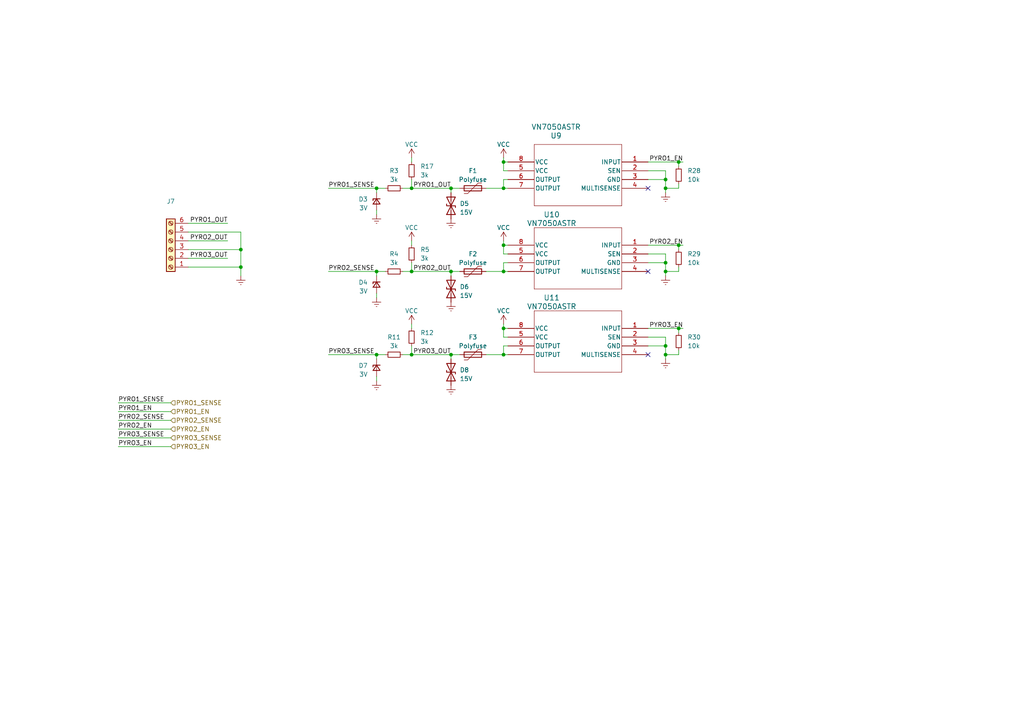
<source format=kicad_sch>
(kicad_sch (version 20250114) (generator "eeschema") (generator_version "9.0")
  (paper "A4")
  (lib_symbols
    (symbol "Connector:Screw_Terminal_01x06" (pin_names (offset 1.016) (hide yes))
      (property "Reference" "J" (at 0 7.62 0))
      (property "Value" "Screw_Terminal_01x06" (at 0 -10.16 0))
      (symbol "Screw_Terminal_01x06_1_1"
        (rectangle (start -1.27 6.35) (end 1.27 -8.89) (stroke (width 0.254)) (fill (type background)))
        (polyline (pts (xy -0.5334 5.4102) (xy 0.3302 4.572)) (stroke (width 0.1524)))
        (polyline (pts (xy -0.5334 2.8702) (xy 0.3302 2.032)) (stroke (width 0.1524)))
        (polyline (pts (xy -0.5334 0.3302) (xy 0.3302 -0.508)) (stroke (width 0.1524)))
        (polyline (pts (xy -0.5334 -2.2098) (xy 0.3302 -3.048)) (stroke (width 0.1524)))
        (polyline (pts (xy -0.5334 -4.7498) (xy 0.3302 -5.588)) (stroke (width 0.1524)))
        (polyline (pts (xy -0.5334 -7.2898) (xy 0.3302 -8.128)) (stroke (width 0.1524)))
        (polyline (pts (xy -0.3556 5.588) (xy 0.508 4.7498)) (stroke (width 0.1524)))
        (polyline (pts (xy -0.3556 3.048) (xy 0.508 2.2098)) (stroke (width 0.1524)))
        (polyline (pts (xy -0.3556 0.508) (xy 0.508 -0.3302)) (stroke (width 0.1524)))
        (polyline (pts (xy -0.3556 -2.032) (xy 0.508 -2.8702)) (stroke (width 0.1524)))
        (polyline (pts (xy -0.3556 -4.572) (xy 0.508 -5.4102)) (stroke (width 0.1524)))
        (polyline (pts (xy -0.3556 -7.112) (xy 0.508 -7.9502)) (stroke (width 0.1524)))
        (circle (center 0 5.08) (radius 0.635) (stroke (width 0.1524)))
        (circle (center 0 2.54) (radius 0.635) (stroke (width 0.1524)))
        (circle (center 0 0) (radius 0.635) (stroke (width 0.1524)))
        (circle (center 0 -2.54) (radius 0.635) (stroke (width 0.1524)))
        (circle (center 0 -5.08) (radius 0.635) (stroke (width 0.1524)))
        (circle (center 0 -7.62) (radius 0.635) (stroke (width 0.1524)))
        (pin passive line (at -5.08 5.08 0) (length 3.81) (name "Pin_1") (number "1"))
        (pin passive line (at -5.08 2.54 0) (length 3.81) (name "Pin_2") (number "2"))
        (pin passive line (at -5.08 0 0) (length 3.81) (name "Pin_3") (number "3"))
        (pin passive line (at -5.08 -2.54 0) (length 3.81) (name "Pin_4") (number "4"))
        (pin passive line (at -5.08 -5.08 0) (length 3.81) (name "Pin_5") (number "5"))
        (pin passive line (at -5.08 -7.62 0) (length 3.81) (name "Pin_6") (number "6"))
      )
    )
    (symbol "Device:D_TVS" (pin_numbers (hide yes)) (pin_names (offset 1.016) (hide yes))
      (property "Reference" "D" (at 0 2.54 0))
      (property "Value" "D_TVS" (at 0 -2.54 0))
      (symbol "D_TVS_0_1"
        (polyline (pts (xy -2.54 1.27) (xy -2.54 -1.27) (xy 2.54 1.27) (xy 2.54 -1.27) (xy -2.54 1.27)) (stroke (width 0.254)))
        (polyline (pts (xy 0.508 1.27) (xy 0 1.27) (xy 0 -1.27) (xy -0.508 -1.27)) (stroke (width 0.254)))
        (polyline (pts (xy 1.27 0) (xy -1.27 0)))
      )
      (symbol "D_TVS_1_1"
        (pin passive line (at -3.81 0 0) (length 2.54) (name "A1") (number "1"))
        (pin passive line (at 3.81 0 180) (length 2.54) (name "A2") (number "2"))
      )
    )
    (symbol "Device:D_Zener_Small" (pin_numbers (hide yes)) (pin_names (offset 0.254) (hide yes))
      (property "Reference" "D" (at 0 2.286 0))
      (property "Value" "D_Zener_Small" (at 0 -2.286 0))
      (symbol "D_Zener_Small_0_1"
        (polyline (pts (xy -0.254 1.016) (xy -0.762 1.016) (xy -0.762 -1.016)) (stroke (width 0.254)))
        (polyline (pts (xy 0.762 1.016) (xy -0.762 0) (xy 0.762 -1.016) (xy 0.762 1.016)) (stroke (width 0.254)))
        (polyline (pts (xy 0.762 0) (xy -0.762 0)))
      )
      (symbol "D_Zener_Small_1_1"
        (pin passive line (at -2.54 0 0) (length 1.778) (name "K") (number "1"))
        (pin passive line (at 2.54 0 180) (length 1.778) (name "A") (number "2"))
      )
    )
    (symbol "Device:Polyfuse" (pin_numbers (hide yes)) (pin_names (offset 0))
      (property "Reference" "F" (at -2.54 0 90))
      (property "Value" "Polyfuse" (at 2.54 0 90))
      (symbol "Polyfuse_0_1"
        (polyline (pts (xy -1.524 2.54) (xy -1.524 1.524) (xy 1.524 -1.524) (xy 1.524 -2.54)))
        (rectangle (start -0.762 2.54) (end 0.762 -2.54) (stroke (width 0.254)))
        (polyline (pts (xy 0 2.54) (xy 0 -2.54)))
      )
      (symbol "Polyfuse_1_1"
        (pin passive line (at 0 3.81 270) (length 1.27) (name "~") (number "1"))
        (pin passive line (at 0 -3.81 90) (length 1.27) (name "~") (number "2"))
      )
    )
    (symbol "Device:R_Small" (pin_numbers (hide yes)) (pin_names (offset 0.254) (hide yes))
      (property "Reference" "R" (at 0.762 0.508 0))
      (property "Value" "R_Small" (at 0.762 -1.016 0))
      (symbol "R_Small_0_1"
        (rectangle (start -0.762 1.778) (end 0.762 -1.778) (stroke (width 0.2032)))
      )
      (symbol "R_Small_1_1"
        (pin passive line (at 0 2.54 270) (length 0.762) (name "~") (number "1"))
        (pin passive line (at 0 -2.54 90) (length 0.762) (name "~") (number "2"))
      )
    )
    (symbol "Earth_11" (power) (pin_names (offset 0))
      (symbol "Earth_11_0_1"
        (polyline (pts (xy -0.635 -1.905) (xy 0.635 -1.905)))
        (polyline (pts (xy -0.127 -2.54) (xy 0.127 -2.54)))
        (polyline (pts (xy 0 -1.27) (xy 0 0)))
        (polyline (pts (xy 1.27 -1.27) (xy -1.27 -1.27)))
      )
      (symbol "Earth_11_1_1"
        (pin power_in line (at 0 0 270) (length 0) (hide yes) (name "Earth") (number "1"))
      )
    )
    (symbol "Earth_12" (power) (pin_names (offset 0))
      (symbol "Earth_12_0_1"
        (polyline (pts (xy -0.635 -1.905) (xy 0.635 -1.905)))
        (polyline (pts (xy -0.127 -2.54) (xy 0.127 -2.54)))
        (polyline (pts (xy 0 -1.27) (xy 0 0)))
        (polyline (pts (xy 1.27 -1.27) (xy -1.27 -1.27)))
      )
      (symbol "Earth_12_1_1"
        (pin power_in line (at 0 0 270) (length 0) (hide yes) (name "Earth") (number "1"))
      )
    )
    (symbol "VN7050AS:VN7050ASTR" (pin_names (offset 0.254))
      (property "Reference" "U" (at 20.32 10.16 0))
      (property "Value" "VN7050ASTR" (at 20.32 7.62 0))
      (symbol "VN7050ASTR_0_1"
        (polyline (pts (xy 7.62 5.08) (xy 7.62 -12.7)) (stroke (width 0.127)))
        (polyline (pts (xy 7.62 -12.7) (xy 33.02 -12.7)) (stroke (width 0.127)))
        (polyline (pts (xy 33.02 5.08) (xy 7.62 5.08)) (stroke (width 0.127)))
        (polyline (pts (xy 33.02 -12.7) (xy 33.02 5.08)) (stroke (width 0.127)))
        (pin input line (at 0 0 0) (length 7.62) (name "INPUT") (number "1"))
        (pin unspecified line (at 0 -2.54 0) (length 7.62) (name "SEN") (number "2"))
        (pin power_out line (at 0 -5.08 0) (length 7.62) (name "GND") (number "3"))
        (pin unspecified line (at 0 -7.62 0) (length 7.62) (name "MULTISENSE") (number "4"))
        (pin power_in line (at 40.64 0 180) (length 7.62) (name "VCC") (number "8"))
        (pin power_in line (at 40.64 -2.54 180) (length 7.62) (name "VCC") (number "5"))
        (pin output line (at 40.64 -5.08 180) (length 7.62) (name "OUTPUT") (number "6"))
        (pin output line (at 40.64 -7.62 180) (length 7.62) (name "OUTPUT") (number "7"))
      )
    )
    (symbol "power:Earth" (power) (pin_names (offset 0))
      (symbol "Earth_0_1"
        (polyline (pts (xy -0.635 -1.905) (xy 0.635 -1.905)))
        (polyline (pts (xy -0.127 -2.54) (xy 0.127 -2.54)))
        (polyline (pts (xy 0 -1.27) (xy 0 0)))
        (polyline (pts (xy 1.27 -1.27) (xy -1.27 -1.27)))
      )
      (symbol "Earth_1_1"
        (pin power_in line (at 0 0 270) (length 0) (hide yes) (name "Earth") (number "1"))
      )
    )
    (symbol "power:VCC" (power) (pin_names (offset 0))
      (property "Value" "VCC" (at 0 3.81 0))
      (symbol "VCC_0_1"
        (polyline (pts (xy -0.762 1.27) (xy 0 2.54)))
        (polyline (pts (xy 0 2.54) (xy 0.762 1.27)))
        (polyline (pts (xy 0 0) (xy 0 2.54)))
      )
      (symbol "VCC_1_1"
        (pin power_in line (at 0 0 90) (length 0) (hide yes) (name "VCC") (number "1"))
      )
    )
  )
  (junction (at 193.04 52.07))
  (junction (at 130.81 102.87))
  (junction (at 146.05 46.99))
  (junction (at 193.04 100.33))
  (junction (at 193.04 76.2))
  (junction (at 130.81 78.74))
  (junction (at 193.04 78.74))
  (junction (at 69.85 72.39))
  (junction (at 193.04 102.87))
  (junction (at 196.85 95.25))
  (junction (at 119.38 102.87))
  (junction (at 109.22 78.74))
  (junction (at 146.05 95.25))
  (junction (at 196.85 46.99))
  (junction (at 109.22 102.87))
  (junction (at 69.85 77.47))
  (junction (at 146.05 71.12))
  (junction (at 196.85 71.12))
  (junction (at 109.22 54.61))
  (junction (at 119.38 54.61))
  (junction (at 146.05 78.74))
  (junction (at 146.05 102.87))
  (junction (at 193.04 54.61))
  (junction (at 130.81 54.61))
  (junction (at 119.38 78.74))
  (junction (at 146.05 54.61))
  (no_connect (at 187.96 78.74))
  (no_connect (at 187.96 54.61))
  (no_connect (at 187.96 102.87))
  (wire (pts (xy 187.96 100.33) (xy 193.04 100.33)))
  (wire (pts (xy 193.04 52.07) (xy 193.04 54.61)))
  (wire (pts (xy 119.38 93.98) (xy 119.38 95.25)))
  (wire (pts (xy 140.97 102.87) (xy 146.05 102.87)))
  (wire (pts (xy 109.22 85.09) (xy 109.22 86.36)))
  (wire (pts (xy 147.32 73.66) (xy 146.05 73.66)))
  (wire (pts (xy 116.84 78.74) (xy 119.38 78.74)))
  (wire (pts (xy 196.85 71.12) (xy 196.85 72.39)))
  (wire (pts (xy 146.05 97.79) (xy 146.05 95.25)))
  (wire (pts (xy 193.04 76.2) (xy 193.04 78.74)))
  (wire (pts (xy 130.81 54.61) (xy 133.35 54.61)))
  (wire (pts (xy 196.85 95.25) (xy 196.85 96.52)))
  (wire (pts (xy 119.38 52.07) (xy 119.38 54.61)))
  (wire (pts (xy 119.38 78.74) (xy 130.81 78.74)))
  (wire (pts (xy 95.25 78.74) (xy 109.22 78.74)))
  (wire (pts (xy 193.04 102.87) (xy 193.04 104.14)))
  (wire (pts (xy 34.29 124.46) (xy 49.53 124.46)))
  (wire (pts (xy 109.22 104.14) (xy 109.22 102.87)))
  (wire (pts (xy 119.38 100.33) (xy 119.38 102.87)))
  (wire (pts (xy 196.85 54.61) (xy 193.04 54.61)))
  (wire (pts (xy 146.05 78.74) (xy 147.32 78.74)))
  (wire (pts (xy 130.81 102.87) (xy 130.81 104.14)))
  (wire (pts (xy 146.05 102.87) (xy 147.32 102.87)))
  (wire (pts (xy 54.61 74.93) (xy 66.04 74.93)))
  (wire (pts (xy 109.22 55.88) (xy 109.22 54.61)))
  (wire (pts (xy 196.85 71.12) (xy 198.12 71.12)))
  (wire (pts (xy 116.84 102.87) (xy 119.38 102.87)))
  (wire (pts (xy 130.81 102.87) (xy 133.35 102.87)))
  (wire (pts (xy 69.85 77.47) (xy 69.85 80.01)))
  (wire (pts (xy 187.96 76.2) (xy 193.04 76.2)))
  (wire (pts (xy 146.05 76.2) (xy 147.32 76.2)))
  (wire (pts (xy 54.61 64.77) (xy 66.04 64.77)))
  (wire (pts (xy 196.85 78.74) (xy 193.04 78.74)))
  (wire (pts (xy 109.22 102.87) (xy 111.76 102.87)))
  (wire (pts (xy 109.22 80.01) (xy 109.22 78.74)))
  (wire (pts (xy 119.38 102.87) (xy 130.81 102.87)))
  (wire (pts (xy 116.84 54.61) (xy 119.38 54.61)))
  (wire (pts (xy 187.96 97.79) (xy 193.04 97.79)))
  (wire (pts (xy 54.61 69.85) (xy 66.04 69.85)))
  (wire (pts (xy 146.05 49.53) (xy 146.05 46.99)))
  (wire (pts (xy 146.05 46.99) (xy 147.32 46.99)))
  (wire (pts (xy 140.97 54.61) (xy 146.05 54.61)))
  (wire (pts (xy 196.85 101.6) (xy 196.85 102.87)))
  (wire (pts (xy 196.85 53.34) (xy 196.85 54.61)))
  (wire (pts (xy 34.29 116.84) (xy 49.53 116.84)))
  (wire (pts (xy 193.04 78.74) (xy 193.04 80.01)))
  (wire (pts (xy 187.96 52.07) (xy 193.04 52.07)))
  (wire (pts (xy 196.85 46.99) (xy 198.12 46.99)))
  (wire (pts (xy 193.04 73.66) (xy 193.04 76.2)))
  (wire (pts (xy 119.38 69.85) (xy 119.38 71.12)))
  (wire (pts (xy 54.61 77.47) (xy 69.85 77.47)))
  (wire (pts (xy 146.05 102.87) (xy 146.05 100.33)))
  (wire (pts (xy 146.05 69.85) (xy 146.05 71.12)))
  (wire (pts (xy 69.85 67.31) (xy 69.85 72.39)))
  (wire (pts (xy 119.38 54.61) (xy 130.81 54.61)))
  (wire (pts (xy 54.61 72.39) (xy 69.85 72.39)))
  (wire (pts (xy 147.32 52.07) (xy 146.05 52.07)))
  (wire (pts (xy 109.22 60.96) (xy 109.22 62.23)))
  (wire (pts (xy 130.81 78.74) (xy 130.81 80.01)))
  (wire (pts (xy 34.29 127) (xy 49.53 127)))
  (wire (pts (xy 196.85 46.99) (xy 196.85 48.26)))
  (wire (pts (xy 146.05 100.33) (xy 147.32 100.33)))
  (wire (pts (xy 95.25 102.87) (xy 109.22 102.87)))
  (wire (pts (xy 146.05 95.25) (xy 147.32 95.25)))
  (wire (pts (xy 146.05 93.98) (xy 146.05 95.25)))
  (wire (pts (xy 119.38 76.2) (xy 119.38 78.74)))
  (wire (pts (xy 187.96 95.25) (xy 196.85 95.25)))
  (wire (pts (xy 147.32 49.53) (xy 146.05 49.53)))
  (wire (pts (xy 54.61 67.31) (xy 69.85 67.31)))
  (wire (pts (xy 34.29 129.54) (xy 49.53 129.54)))
  (wire (pts (xy 146.05 52.07) (xy 146.05 54.61)))
  (wire (pts (xy 146.05 45.72) (xy 146.05 46.99)))
  (wire (pts (xy 193.04 97.79) (xy 193.04 100.33)))
  (wire (pts (xy 140.97 78.74) (xy 146.05 78.74)))
  (wire (pts (xy 34.29 119.38) (xy 49.53 119.38)))
  (wire (pts (xy 187.96 49.53) (xy 193.04 49.53)))
  (wire (pts (xy 193.04 49.53) (xy 193.04 52.07)))
  (wire (pts (xy 34.29 121.92) (xy 49.53 121.92)))
  (wire (pts (xy 146.05 73.66) (xy 146.05 71.12)))
  (wire (pts (xy 69.85 72.39) (xy 69.85 77.47)))
  (wire (pts (xy 147.32 97.79) (xy 146.05 97.79)))
  (wire (pts (xy 196.85 102.87) (xy 193.04 102.87)))
  (wire (pts (xy 146.05 54.61) (xy 147.32 54.61)))
  (wire (pts (xy 130.81 54.61) (xy 130.81 55.88)))
  (wire (pts (xy 187.96 73.66) (xy 193.04 73.66)))
  (wire (pts (xy 193.04 54.61) (xy 193.04 55.88)))
  (wire (pts (xy 196.85 95.25) (xy 198.12 95.25)))
  (wire (pts (xy 95.25 54.61) (xy 109.22 54.61)))
  (wire (pts (xy 187.96 71.12) (xy 196.85 71.12)))
  (wire (pts (xy 146.05 71.12) (xy 147.32 71.12)))
  (wire (pts (xy 109.22 109.22) (xy 109.22 110.49)))
  (wire (pts (xy 109.22 78.74) (xy 111.76 78.74)))
  (wire (pts (xy 187.96 46.99) (xy 196.85 46.99)))
  (wire (pts (xy 109.22 54.61) (xy 111.76 54.61)))
  (wire (pts (xy 146.05 78.74) (xy 146.05 76.2)))
  (wire (pts (xy 196.85 77.47) (xy 196.85 78.74)))
  (wire (pts (xy 119.38 45.72) (xy 119.38 46.99)))
  (wire (pts (xy 130.81 78.74) (xy 133.35 78.74)))
  (wire (pts (xy 193.04 100.33) (xy 193.04 102.87)))
  (label "PYRO3_EN" (at 34.29 129.54 0))
  (label "PYRO3_OUT" (at 130.81 102.87 180))
  (label "PYRO1_OUT" (at 130.81 54.61 180))
  (label "PYRO3_OUT" (at 66.04 74.93 180))
  (label "PYRO2_SENSE" (at 34.29 121.92 0))
  (label "PYRO2_EN" (at 198.12 71.12 180))
  (label "PYRO1_EN" (at 198.12 46.99 180))
  (label "PYRO2_EN" (at 34.29 124.46 0))
  (label "PYRO3_SENSE" (at 95.25 102.87 0))
  (label "PYRO2_OUT" (at 130.81 78.74 180))
  (label "PYRO2_OUT" (at 66.04 69.85 180))
  (label "PYRO1_SENSE" (at 34.29 116.84 0))
  (label "PYRO3_EN" (at 198.12 95.25 180))
  (label "PYRO1_OUT" (at 66.04 64.77 180))
  (label "PYRO2_SENSE" (at 95.25 78.74 0))
  (label "PYRO1_EN" (at 34.29 119.38 0))
  (label "PYRO3_SENSE" (at 34.29 127 0))
  (label "PYRO1_SENSE" (at 95.25 54.61 0))
  (hierarchical_label "PYRO2_SENSE" (shape input) (at 49.53 121.92 0))
  (hierarchical_label "PYRO1_EN" (shape input) (at 49.53 119.38 0))
  (hierarchical_label "PYRO3_SENSE" (shape input) (at 49.53 127 0))
  (hierarchical_label "PYRO2_EN" (shape input) (at 49.53 124.46 0))
  (hierarchical_label "PYRO3_EN" (shape input) (at 49.53 129.54 0))
  (hierarchical_label "PYRO1_SENSE" (shape input) (at 49.53 116.84 0))
  (symbol (lib_id "power:Earth") (at 193.04 104.14 0) (unit 1)
    (property "Reference" "#PWR027" (effects (hide yes)))
    (property "Value" "Earth" (effects (hide yes)))
  )
  (symbol (lib_id "Device:R_Small") (at 196.85 50.8 0) (unit 1)
    (property "Reference" "R28" (at 199.39 49.53 0) (effects (justify left)))
    (property "Value" "10k" (at 199.39 52.07 0) (effects (justify left)))
    (property "Footprint" "Resistor_SMD:R_0603_1608Metric" (effects (hide yes)))
  )
  (symbol (lib_id "power:Earth") (at 193.04 55.88 0) (unit 1)
    (property "Reference" "#PWR026" (effects (hide yes)))
    (property "Value" "Earth" (effects (hide yes)))
  )
  (symbol (lib_id "power:VCC") (at 119.38 45.72 0) (unit 1)
    (property "Reference" "#PWR021" (effects (hide yes)))
    (property "Value" "VCC" (at 119.38 41.91 0))
  )
  (symbol (lib_id "Device:D_TVS") (at 130.81 107.95 90) (unit 1)
    (property "Reference" "D8" (at 133.35 107.315 90) (effects (justify right)))
    (property "Value" "15V" (at 133.35 109.855 90) (effects (justify right)))
    (property "Footprint" "Diode_SMD:D_0603_1608Metric" (effects (hide yes)))
    (property "mfn" " CG0603MLC-24LEA" (effects (hide yes)))
  )
  (symbol (lib_id "Device:Polyfuse") (at 137.16 78.74 90) (unit 1)
    (property "Reference" "F2" (at 137.16 73.66 90))
    (property "Value" "Polyfuse" (at 137.16 76.2 90))
    (property "Footprint" "Fuse:Fuse_1210_3225Metric_Pad1.42x2.65mm_HandSolder" (effects (hide yes)))
    (property "mfn" " 1210L150/16WR " (effects (hide yes)))
  )
  (symbol (lib_id "Device:R_Small") (at 196.85 99.06 0) (unit 1)
    (property "Reference" "R30" (at 199.39 97.79 0) (effects (justify left)))
    (property "Value" "10k" (at 199.39 100.33 0) (effects (justify left)))
    (property "Footprint" "Resistor_SMD:R_0603_1608Metric" (effects (hide yes)))
  )
  (symbol (lib_id "Device:R_Small") (at 119.38 49.53 0) (unit 1)
    (property "Reference" "R17" (at 121.92 48.2599 0) (effects (justify left)))
    (property "Value" "3k" (at 121.92 50.7999 0) (effects (justify left)))
    (property "Footprint" "Resistor_SMD:R_0603_1608Metric" (effects (hide yes)))
  )
  (symbol (lib_id "Device:R_Small") (at 119.38 97.79 0) (unit 1)
    (property "Reference" "R12" (at 121.92 96.5199 0) (effects (justify left)))
    (property "Value" "3k" (at 121.92 99.0599 0) (effects (justify left)))
    (property "Footprint" "Resistor_SMD:R_0603_1608Metric" (effects (hide yes)))
  )
  (symbol (lib_name "Earth_12") (lib_id "power:Earth") (at 109.22 110.49 0) (unit 1)
    (property "Reference" "#PWR018" (effects (hide yes)))
    (property "Value" "Earth" (effects (hide yes)))
  )
  (symbol (lib_id "Device:D_TVS") (at 130.81 83.82 90) (unit 1)
    (property "Reference" "D6" (at 133.35 83.185 90) (effects (justify right)))
    (property "Value" "15V" (at 133.35 85.725 90) (effects (justify right)))
    (property "Footprint" "Diode_SMD:D_0603_1608Metric" (effects (hide yes)))
    (property "mfn" " CG0603MLC-24LEA" (effects (hide yes)))
  )
  (symbol (lib_name "Earth_12") (lib_id "power:Earth") (at 109.22 86.36 0) (unit 1)
    (property "Reference" "#PWR013" (effects (hide yes)))
    (property "Value" "Earth" (effects (hide yes)))
  )
  (symbol (lib_name "Earth_12") (lib_id "power:Earth") (at 109.22 62.23 0) (unit 1)
    (property "Reference" "#PWR012" (effects (hide yes)))
    (property "Value" "Earth" (effects (hide yes)))
  )
  (symbol (lib_id "power:Earth") (at 130.81 111.76 0) (unit 1)
    (property "Reference" "#PWR020" (effects (hide yes)))
    (property "Value" "Earth" (effects (hide yes)))
  )
  (symbol (lib_id "Device:Polyfuse") (at 137.16 102.87 90) (unit 1)
    (property "Reference" "F3" (at 137.16 97.79 90))
    (property "Value" "Polyfuse" (at 137.16 100.33 90))
    (property "Footprint" "Fuse:Fuse_1210_3225Metric_Pad1.42x2.65mm_HandSolder" (effects (hide yes)))
    (property "mfn" " 1210L150/16WR " (effects (hide yes)))
  )
  (symbol (lib_id "Device:R_Small") (at 196.85 74.93 0) (unit 1)
    (property "Reference" "R29" (at 199.39 73.66 0) (effects (justify left)))
    (property "Value" "10k" (at 199.39 76.2 0) (effects (justify left)))
    (property "Footprint" "Resistor_SMD:R_0603_1608Metric" (effects (hide yes)))
  )
  (symbol (lib_id "power:VCC") (at 146.05 93.98 0) (unit 1)
    (property "Reference" "#PWR024" (effects (hide yes)))
    (property "Value" "VCC" (at 146.05 90.17 0))
  )
  (symbol (lib_id "power:VCC") (at 119.38 93.98 0) (unit 1)
    (property "Reference" "#PWR019" (effects (hide yes)))
    (property "Value" "VCC" (at 119.38 90.17 0))
  )
  (symbol (lib_id "Device:R_Small") (at 114.3 78.74 270) (unit 1)
    (property "Reference" "R4" (at 114.3 73.66 90))
    (property "Value" "3k" (at 114.3 76.2 90))
    (property "Footprint" "Resistor_SMD:R_0603_1608Metric" (effects (hide yes)))
  )
  (symbol (lib_id "power:VCC") (at 119.38 69.85 0) (unit 1)
    (property "Reference" "#PWR016" (effects (hide yes)))
    (property "Value" "VCC" (at 119.38 66.04 0))
  )
  (symbol (lib_id "Device:D_Zener_Small") (at 109.22 58.42 90) (mirror x) (unit 1)
    (property "Reference" "D3" (at 106.68 57.785 90) (effects (justify left)))
    (property "Value" "3V" (at 106.68 60.325 90) (effects (justify left)))
    (property "Footprint" "Diode_SMD:D_SOD-323_HandSoldering" (effects (hide yes)))
    (property "mfn" " PZU3.0B2,115 " (effects (hide yes)))
  )
  (symbol (lib_id "power:Earth") (at 193.04 80.01 0) (unit 1)
    (property "Reference" "#PWR025" (effects (hide yes)))
    (property "Value" "Earth" (effects (hide yes)))
  )
  (symbol (lib_id "power:Earth") (at 130.81 87.63 0) (unit 1)
    (property "Reference" "#PWR017" (effects (hide yes)))
    (property "Value" "Earth" (effects (hide yes)))
  )
  (symbol (lib_id "Connector:Screw_Terminal_01x06") (at 49.53 72.39 180) (unit 1)
    (property "Reference" "J7" (at 49.53 58.42 0))
    (property "Value" "Screw_Terminal_01x06" (effects (hide yes)))
    (property "Footprint" "TerminalBlock_TE-Connectivity:TerminalBlock_TE_282834-6_1x06_P2.54mm_Horizontal" (effects (hide yes)))
  )
  (symbol (lib_id "VN7050AS:VN7050ASTR") (at 187.96 71.12 0) (mirror y) (unit 1)
    (property "Reference" "U10" (at 160.02 62.23 0) (effects (font (size 1.524 1.524))))
    (property "Value" "VN7050ASTR" (at 160.02 64.77 0) (effects (font (size 1.524 1.524))))
    (property "Footprint" "lib:SOIC_050ASTR_STM" (effects (hide yes)))
    (property "Datasheet" "VN7050ASTR" (effects (hide yes)))
  )
  (symbol (lib_id "Device:D_Zener_Small") (at 109.22 106.68 90) (mirror x) (unit 1)
    (property "Reference" "D7" (at 106.68 106.045 90) (effects (justify left)))
    (property "Value" "3V" (at 106.68 108.585 90) (effects (justify left)))
    (property "Footprint" "Diode_SMD:D_SOD-323_HandSoldering" (effects (hide yes)))
    (property "mfn" " PZU3.0B2,115 " (effects (hide yes)))
  )
  (symbol (lib_id "power:VCC") (at 146.05 69.85 0) (unit 1)
    (property "Reference" "#PWR023" (effects (hide yes)))
    (property "Value" "VCC" (at 146.05 66.04 0))
  )
  (symbol (lib_id "VN7050AS:VN7050ASTR") (at 187.96 46.99 0) (mirror y) (unit 1)
    (property "Reference" "U9" (at 161.29 39.37 0) (effects (font (size 1.524 1.524))))
    (property "Value" "VN7050ASTR" (at 161.29 36.83 0) (effects (font (size 1.524 1.524))))
    (property "Footprint" "lib:SOIC_050ASTR_STM" (effects (hide yes)))
    (property "Datasheet" "VN7050ASTR" (effects (hide yes)))
  )
  (symbol (lib_id "Device:R_Small") (at 114.3 102.87 270) (unit 1)
    (property "Reference" "R11" (at 114.3 97.79 90))
    (property "Value" "3k" (at 114.3 100.33 90))
    (property "Footprint" "Resistor_SMD:R_0603_1608Metric" (effects (hide yes)))
  )
  (symbol (lib_id "VN7050AS:VN7050ASTR") (at 187.96 95.25 0) (mirror y) (unit 1)
    (property "Reference" "U11" (at 160.02 86.36 0) (effects (font (size 1.524 1.524))))
    (property "Value" "VN7050ASTR" (at 160.02 88.9 0) (effects (font (size 1.524 1.524))))
    (property "Footprint" "lib:SOIC_050ASTR_STM" (effects (hide yes)))
    (property "Datasheet" "VN7050ASTR" (effects (hide yes)))
  )
  (symbol (lib_id "Device:Polyfuse") (at 137.16 54.61 90) (unit 1)
    (property "Reference" "F1" (at 137.16 49.53 90))
    (property "Value" "Polyfuse" (at 137.16 52.07 90))
    (property "Footprint" "Fuse:Fuse_1210_3225Metric_Pad1.42x2.65mm_HandSolder" (effects (hide yes)))
    (property "mfn" " 1210L150/16WR " (effects (hide yes)))
  )
  (symbol (lib_id "Device:D_Zener_Small") (at 109.22 82.55 90) (mirror x) (unit 1)
    (property "Reference" "D4" (at 106.68 81.915 90) (effects (justify left)))
    (property "Value" "3V" (at 106.68 84.455 90) (effects (justify left)))
    (property "Footprint" "Diode_SMD:D_SOD-323_HandSoldering" (effects (hide yes)))
    (property "mfn" " PZU3.0B2,115 " (effects (hide yes)))
  )
  (symbol (lib_id "Device:R_Small") (at 114.3 54.61 270) (unit 1)
    (property "Reference" "R3" (at 114.3 49.53 90))
    (property "Value" "3k" (at 114.3 52.07 90))
    (property "Footprint" "Resistor_SMD:R_0603_1608Metric" (effects (hide yes)))
  )
  (symbol (lib_id "Device:D_TVS") (at 130.81 59.69 90) (unit 1)
    (property "Reference" "D5" (at 133.35 59.055 90) (effects (justify right)))
    (property "Value" "15V" (at 133.35 61.595 90) (effects (justify right)))
    (property "Footprint" "Diode_SMD:D_0603_1608Metric" (effects (hide yes)))
    (property "mfn" " CG0603MLC-24LEA" (effects (hide yes)))
  )
  (symbol (lib_name "Earth_11") (lib_id "power:Earth") (at 69.85 80.01 0) (unit 1)
    (property "Reference" "#PWR015" (effects (hide yes)))
    (property "Value" "Earth" (effects (hide yes)))
  )
  (symbol (lib_id "power:Earth") (at 130.81 63.5 0) (unit 1)
    (property "Reference" "#PWR011" (effects (hide yes)))
    (property "Value" "Earth" (effects (hide yes)))
  )
  (symbol (lib_id "Device:R_Small") (at 119.38 73.66 0) (unit 1)
    (property "Reference" "R5" (at 121.92 72.3899 0) (effects (justify left)))
    (property "Value" "3k" (at 121.92 74.9299 0) (effects (justify left)))
    (property "Footprint" "Resistor_SMD:R_0603_1608Metric" (effects (hide yes)))
  )
  (symbol (lib_id "power:VCC") (at 146.05 45.72 0) (unit 1)
    (property "Reference" "#PWR022" (effects (hide yes)))
    (property "Value" "VCC" (at 146.05 41.91 0))
  )
)
</source>
